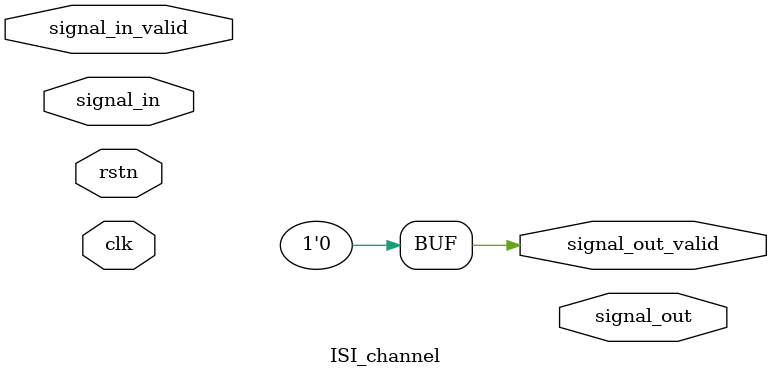
<source format=v>
`timescale 1ns / 1ps

module symbol_to_signal #(
    //bit-resolution of output signal
    parameter SIGNAL_RESOLUTION = 8,
    //speration between symbols. eg: if SYMBOL seperation = 32, the pam-4 symbol set {0,1,2,3} should be mapped to {-48,-16,16,48}
    parameter SYMBOL_SEPERATION = 32)(
    input clk,
    input rstn,
    input [1:0] symbol_in,
    input symbol_in_valid,
    output reg signed [SIGNAL_RESOLUTION-1:0] signal_out,
    output reg signal_out_valid =0);

    //write your module here
    
endmodule

//outputs the convolution of the input signal with a pulse response of arbitrary length
module ISI_channel#(
    //length of pulse response (UI) eg: if the pulse response is h = [1 0.5], PULSE_RESPONSE_LENGTH = 2
    parameter PULSE_RESPONSE_LENGTH = 2,
    //bit-resolution of output signal
    parameter SIGNAL_RESOLUTION = 8,
    //speration between symbols. eg: if SYMBOL seperation = 32, the pam-4 symbol set {0,1,2,3} should be mapped to {-48,-16,16,48}
    parameter SYMBOL_SEPERATION = 32)(
    input clk,
    input rstn,
    input signed [SIGNAL_RESOLUTION-1:0] signal_in,
    input signal_in_valid,
    output reg signed [SIGNAL_RESOLUTION-1:0] signal_out,
    output reg signal_out_valid =0);
       
    //write your module here

endmodule
    

</source>
